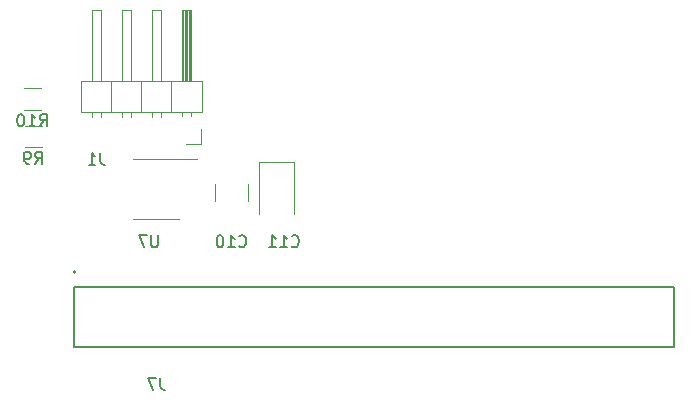
<source format=gbr>
%TF.GenerationSoftware,KiCad,Pcbnew,5.1.9-1*%
%TF.CreationDate,2021-07-13T14:20:52+02:00*%
%TF.ProjectId,led-pekac,6c65642d-7065-46b6-9163-2e6b69636164,rev?*%
%TF.SameCoordinates,Original*%
%TF.FileFunction,Legend,Bot*%
%TF.FilePolarity,Positive*%
%FSLAX46Y46*%
G04 Gerber Fmt 4.6, Leading zero omitted, Abs format (unit mm)*
G04 Created by KiCad (PCBNEW 5.1.9-1) date 2021-07-13 14:20:52*
%MOMM*%
%LPD*%
G01*
G04 APERTURE LIST*
%ADD10C,0.200000*%
%ADD11C,0.120000*%
%ADD12C,0.150000*%
G04 APERTURE END LIST*
D10*
%TO.C,J7*%
X209690000Y-83830000D02*
G75*
G03*
X209690000Y-83830000I-100000J0D01*
G01*
X209550000Y-85090000D02*
X260350000Y-85090000D01*
X209550000Y-90170000D02*
X209550000Y-85090000D01*
X260350000Y-90170000D02*
X209550000Y-90170000D01*
X260350000Y-85090000D02*
X260350000Y-90170000D01*
D11*
%TO.C,R10*%
X205292936Y-68305000D02*
X206747064Y-68305000D01*
X205292936Y-70125000D02*
X206747064Y-70125000D01*
%TO.C,U7*%
X216535000Y-74275000D02*
X219985000Y-74275000D01*
X216535000Y-74275000D02*
X214585000Y-74275000D01*
X216535000Y-79395000D02*
X218485000Y-79395000D01*
X216535000Y-79395000D02*
X214585000Y-79395000D01*
%TO.C,R9*%
X205367936Y-71480000D02*
X206822064Y-71480000D01*
X205367936Y-73300000D02*
X206822064Y-73300000D01*
%TO.C,J1*%
X220345000Y-73025000D02*
X220345000Y-71755000D01*
X219075000Y-73025000D02*
X220345000Y-73025000D01*
X211075000Y-70712071D02*
X211075000Y-70315000D01*
X211835000Y-70712071D02*
X211835000Y-70315000D01*
X211075000Y-61655000D02*
X211075000Y-67655000D01*
X211835000Y-61655000D02*
X211075000Y-61655000D01*
X211835000Y-67655000D02*
X211835000Y-61655000D01*
X212725000Y-70315000D02*
X212725000Y-67655000D01*
X213615000Y-70712071D02*
X213615000Y-70315000D01*
X214375000Y-70712071D02*
X214375000Y-70315000D01*
X213615000Y-61655000D02*
X213615000Y-67655000D01*
X214375000Y-61655000D02*
X213615000Y-61655000D01*
X214375000Y-67655000D02*
X214375000Y-61655000D01*
X215265000Y-70315000D02*
X215265000Y-67655000D01*
X216155000Y-70712071D02*
X216155000Y-70315000D01*
X216915000Y-70712071D02*
X216915000Y-70315000D01*
X216155000Y-61655000D02*
X216155000Y-67655000D01*
X216915000Y-61655000D02*
X216155000Y-61655000D01*
X216915000Y-67655000D02*
X216915000Y-61655000D01*
X217805000Y-70315000D02*
X217805000Y-67655000D01*
X218695000Y-70645000D02*
X218695000Y-70315000D01*
X219455000Y-70645000D02*
X219455000Y-70315000D01*
X218795000Y-67655000D02*
X218795000Y-61655000D01*
X218915000Y-67655000D02*
X218915000Y-61655000D01*
X219035000Y-67655000D02*
X219035000Y-61655000D01*
X219155000Y-67655000D02*
X219155000Y-61655000D01*
X219275000Y-67655000D02*
X219275000Y-61655000D01*
X219395000Y-67655000D02*
X219395000Y-61655000D01*
X218695000Y-61655000D02*
X218695000Y-67655000D01*
X219455000Y-61655000D02*
X218695000Y-61655000D01*
X219455000Y-67655000D02*
X219455000Y-61655000D01*
X220405000Y-67655000D02*
X220405000Y-70315000D01*
X210125000Y-67655000D02*
X220405000Y-67655000D01*
X210125000Y-70315000D02*
X210125000Y-67655000D01*
X220405000Y-70315000D02*
X210125000Y-70315000D01*
%TO.C,C11*%
X228205000Y-74555000D02*
X228205000Y-78940000D01*
X225185000Y-74555000D02*
X228205000Y-74555000D01*
X225185000Y-78940000D02*
X225185000Y-74555000D01*
%TO.C,C10*%
X224245000Y-76416248D02*
X224245000Y-77838752D01*
X221525000Y-76416248D02*
X221525000Y-77838752D01*
%TO.C,J7*%
D12*
X216868333Y-92797380D02*
X216868333Y-93511666D01*
X216915952Y-93654523D01*
X217011190Y-93749761D01*
X217154047Y-93797380D01*
X217249285Y-93797380D01*
X216487380Y-92797380D02*
X215820714Y-92797380D01*
X216249285Y-93797380D01*
%TO.C,R10*%
X206662857Y-71487380D02*
X206996190Y-71011190D01*
X207234285Y-71487380D02*
X207234285Y-70487380D01*
X206853333Y-70487380D01*
X206758095Y-70535000D01*
X206710476Y-70582619D01*
X206662857Y-70677857D01*
X206662857Y-70820714D01*
X206710476Y-70915952D01*
X206758095Y-70963571D01*
X206853333Y-71011190D01*
X207234285Y-71011190D01*
X205710476Y-71487380D02*
X206281904Y-71487380D01*
X205996190Y-71487380D02*
X205996190Y-70487380D01*
X206091428Y-70630238D01*
X206186666Y-70725476D01*
X206281904Y-70773095D01*
X205091428Y-70487380D02*
X204996190Y-70487380D01*
X204900952Y-70535000D01*
X204853333Y-70582619D01*
X204805714Y-70677857D01*
X204758095Y-70868333D01*
X204758095Y-71106428D01*
X204805714Y-71296904D01*
X204853333Y-71392142D01*
X204900952Y-71439761D01*
X204996190Y-71487380D01*
X205091428Y-71487380D01*
X205186666Y-71439761D01*
X205234285Y-71392142D01*
X205281904Y-71296904D01*
X205329523Y-71106428D01*
X205329523Y-70868333D01*
X205281904Y-70677857D01*
X205234285Y-70582619D01*
X205186666Y-70535000D01*
X205091428Y-70487380D01*
%TO.C,U7*%
X216661904Y-80732380D02*
X216661904Y-81541904D01*
X216614285Y-81637142D01*
X216566666Y-81684761D01*
X216471428Y-81732380D01*
X216280952Y-81732380D01*
X216185714Y-81684761D01*
X216138095Y-81637142D01*
X216090476Y-81541904D01*
X216090476Y-80732380D01*
X215709523Y-80732380D02*
X215042857Y-80732380D01*
X215471428Y-81732380D01*
%TO.C,R9*%
X206261666Y-74662380D02*
X206595000Y-74186190D01*
X206833095Y-74662380D02*
X206833095Y-73662380D01*
X206452142Y-73662380D01*
X206356904Y-73710000D01*
X206309285Y-73757619D01*
X206261666Y-73852857D01*
X206261666Y-73995714D01*
X206309285Y-74090952D01*
X206356904Y-74138571D01*
X206452142Y-74186190D01*
X206833095Y-74186190D01*
X205785476Y-74662380D02*
X205595000Y-74662380D01*
X205499761Y-74614761D01*
X205452142Y-74567142D01*
X205356904Y-74424285D01*
X205309285Y-74233809D01*
X205309285Y-73852857D01*
X205356904Y-73757619D01*
X205404523Y-73710000D01*
X205499761Y-73662380D01*
X205690238Y-73662380D01*
X205785476Y-73710000D01*
X205833095Y-73757619D01*
X205880714Y-73852857D01*
X205880714Y-74090952D01*
X205833095Y-74186190D01*
X205785476Y-74233809D01*
X205690238Y-74281428D01*
X205499761Y-74281428D01*
X205404523Y-74233809D01*
X205356904Y-74186190D01*
X205309285Y-74090952D01*
%TO.C,J1*%
X211788333Y-73747380D02*
X211788333Y-74461666D01*
X211835952Y-74604523D01*
X211931190Y-74699761D01*
X212074047Y-74747380D01*
X212169285Y-74747380D01*
X210788333Y-74747380D02*
X211359761Y-74747380D01*
X211074047Y-74747380D02*
X211074047Y-73747380D01*
X211169285Y-73890238D01*
X211264523Y-73985476D01*
X211359761Y-74033095D01*
%TO.C,C11*%
X227972857Y-81637142D02*
X228020476Y-81684761D01*
X228163333Y-81732380D01*
X228258571Y-81732380D01*
X228401428Y-81684761D01*
X228496666Y-81589523D01*
X228544285Y-81494285D01*
X228591904Y-81303809D01*
X228591904Y-81160952D01*
X228544285Y-80970476D01*
X228496666Y-80875238D01*
X228401428Y-80780000D01*
X228258571Y-80732380D01*
X228163333Y-80732380D01*
X228020476Y-80780000D01*
X227972857Y-80827619D01*
X227020476Y-81732380D02*
X227591904Y-81732380D01*
X227306190Y-81732380D02*
X227306190Y-80732380D01*
X227401428Y-80875238D01*
X227496666Y-80970476D01*
X227591904Y-81018095D01*
X226068095Y-81732380D02*
X226639523Y-81732380D01*
X226353809Y-81732380D02*
X226353809Y-80732380D01*
X226449047Y-80875238D01*
X226544285Y-80970476D01*
X226639523Y-81018095D01*
%TO.C,C10*%
X223527857Y-81637142D02*
X223575476Y-81684761D01*
X223718333Y-81732380D01*
X223813571Y-81732380D01*
X223956428Y-81684761D01*
X224051666Y-81589523D01*
X224099285Y-81494285D01*
X224146904Y-81303809D01*
X224146904Y-81160952D01*
X224099285Y-80970476D01*
X224051666Y-80875238D01*
X223956428Y-80780000D01*
X223813571Y-80732380D01*
X223718333Y-80732380D01*
X223575476Y-80780000D01*
X223527857Y-80827619D01*
X222575476Y-81732380D02*
X223146904Y-81732380D01*
X222861190Y-81732380D02*
X222861190Y-80732380D01*
X222956428Y-80875238D01*
X223051666Y-80970476D01*
X223146904Y-81018095D01*
X221956428Y-80732380D02*
X221861190Y-80732380D01*
X221765952Y-80780000D01*
X221718333Y-80827619D01*
X221670714Y-80922857D01*
X221623095Y-81113333D01*
X221623095Y-81351428D01*
X221670714Y-81541904D01*
X221718333Y-81637142D01*
X221765952Y-81684761D01*
X221861190Y-81732380D01*
X221956428Y-81732380D01*
X222051666Y-81684761D01*
X222099285Y-81637142D01*
X222146904Y-81541904D01*
X222194523Y-81351428D01*
X222194523Y-81113333D01*
X222146904Y-80922857D01*
X222099285Y-80827619D01*
X222051666Y-80780000D01*
X221956428Y-80732380D01*
%TD*%
M02*

</source>
